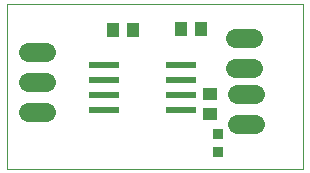
<source format=gts>
G75*
%MOIN*%
%OFA0B0*%
%FSLAX25Y25*%
%IPPOS*%
%LPD*%
%AMOC8*
5,1,8,0,0,1.08239X$1,22.5*
%
%ADD10C,0.00000*%
%ADD11C,0.06400*%
%ADD12R,0.10400X0.02369*%
%ADD13R,0.04337X0.04731*%
%ADD14R,0.04731X0.04337*%
%ADD15R,0.03550X0.03550*%
D10*
X0001000Y0009431D02*
X0001000Y0064550D01*
X0099425Y0064550D01*
X0099425Y0009431D01*
X0001000Y0009431D01*
D11*
X0008000Y0028369D02*
X0014000Y0028369D01*
X0014000Y0038369D02*
X0008000Y0038369D01*
X0008000Y0048369D02*
X0014000Y0048369D01*
X0077016Y0052975D02*
X0083016Y0052975D01*
X0083016Y0042975D02*
X0077016Y0042975D01*
X0077646Y0034471D02*
X0083646Y0034471D01*
X0083646Y0024471D02*
X0077646Y0024471D01*
D12*
X0058721Y0029018D03*
X0058721Y0033979D03*
X0058721Y0038979D03*
X0058721Y0043979D03*
X0033121Y0044018D03*
X0033121Y0039018D03*
X0033121Y0034018D03*
X0033121Y0029018D03*
D13*
X0036118Y0055731D03*
X0042811Y0055731D03*
X0058992Y0056124D03*
X0065685Y0056124D03*
D14*
X0068559Y0034510D03*
X0068559Y0027817D03*
D15*
X0071236Y0021006D03*
X0071236Y0015101D03*
M02*

</source>
